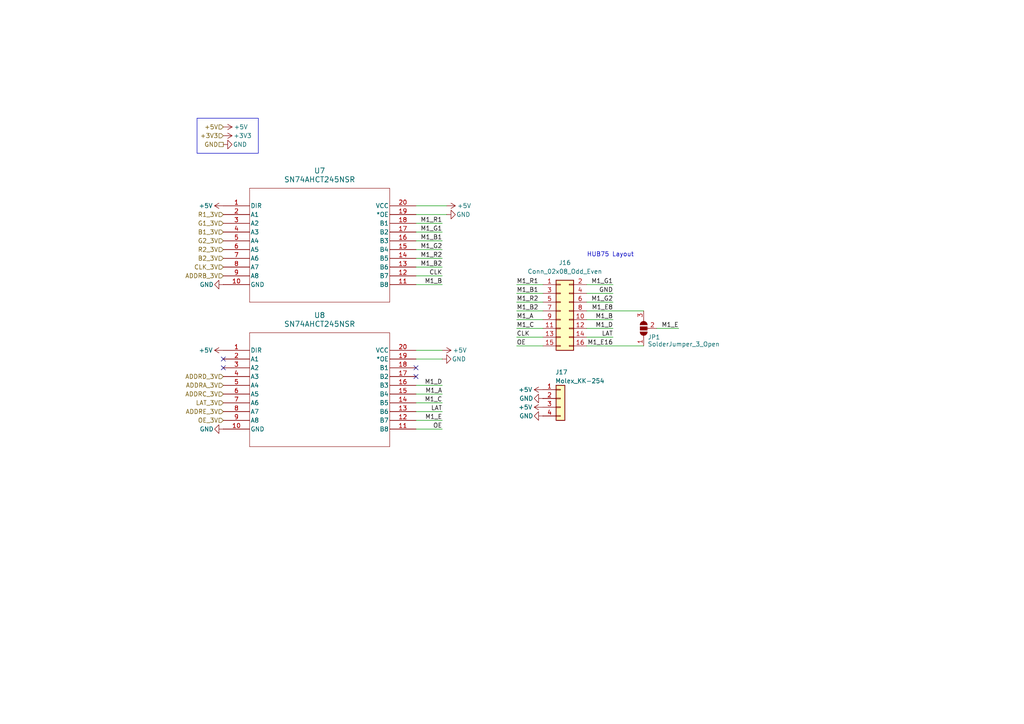
<source format=kicad_sch>
(kicad_sch (version 20250114) (generator "eeschema") (generator_version "9.0")
  (paper "A4")
  (lib_symbols
    (symbol "Connector_Generic:Conn_01x04" (pin_names (offset 1.016) (hide yes))
      (property "Reference" "J" (at 0 5.08 0))
      (property "Value" "Conn_01x04" (at 0 -7.62 0))
      (symbol "Conn_01x04_1_1"
        (rectangle (start -1.27 3.81) (end 1.27 -6.35) (stroke (width 0.254)) (fill (type background)))
        (rectangle (start -1.27 2.667) (end 0 2.413) (stroke (width 0.1524)))
        (rectangle (start -1.27 0.127) (end 0 -0.127) (stroke (width 0.1524)))
        (rectangle (start -1.27 -2.413) (end 0 -2.667) (stroke (width 0.1524)))
        (rectangle (start -1.27 -4.953) (end 0 -5.207) (stroke (width 0.1524)))
        (pin passive line (at -5.08 2.54 0) (length 3.81) (name "Pin_1") (number "1"))
        (pin passive line (at -5.08 0 0) (length 3.81) (name "Pin_2") (number "2"))
        (pin passive line (at -5.08 -2.54 0) (length 3.81) (name "Pin_3") (number "3"))
        (pin passive line (at -5.08 -5.08 0) (length 3.81) (name "Pin_4") (number "4"))
      )
    )
    (symbol "Connector_Generic:Conn_02x08_Odd_Even" (pin_names (offset 1.016) (hide yes))
      (property "Reference" "J" (at 1.27 10.16 0))
      (property "Value" "Conn_02x08_Odd_Even" (at 1.27 -12.7 0))
      (symbol "Conn_02x08_Odd_Even_1_1"
        (rectangle (start -1.27 8.89) (end 3.81 -11.43) (stroke (width 0.254)) (fill (type background)))
        (rectangle (start -1.27 7.747) (end 0 7.493) (stroke (width 0.1524)))
        (rectangle (start -1.27 5.207) (end 0 4.953) (stroke (width 0.1524)))
        (rectangle (start -1.27 2.667) (end 0 2.413) (stroke (width 0.1524)))
        (rectangle (start -1.27 0.127) (end 0 -0.127) (stroke (width 0.1524)))
        (rectangle (start -1.27 -2.413) (end 0 -2.667) (stroke (width 0.1524)))
        (rectangle (start -1.27 -4.953) (end 0 -5.207) (stroke (width 0.1524)))
        (rectangle (start -1.27 -7.493) (end 0 -7.747) (stroke (width 0.1524)))
        (rectangle (start -1.27 -10.033) (end 0 -10.287) (stroke (width 0.1524)))
        (rectangle (start 3.81 7.747) (end 2.54 7.493) (stroke (width 0.1524)))
        (rectangle (start 3.81 5.207) (end 2.54 4.953) (stroke (width 0.1524)))
        (rectangle (start 3.81 2.667) (end 2.54 2.413) (stroke (width 0.1524)))
        (rectangle (start 3.81 0.127) (end 2.54 -0.127) (stroke (width 0.1524)))
        (rectangle (start 3.81 -2.413) (end 2.54 -2.667) (stroke (width 0.1524)))
        (rectangle (start 3.81 -4.953) (end 2.54 -5.207) (stroke (width 0.1524)))
        (rectangle (start 3.81 -7.493) (end 2.54 -7.747) (stroke (width 0.1524)))
        (rectangle (start 3.81 -10.033) (end 2.54 -10.287) (stroke (width 0.1524)))
        (pin passive line (at -5.08 7.62 0) (length 3.81) (name "Pin_1") (number "1"))
        (pin passive line (at -5.08 5.08 0) (length 3.81) (name "Pin_3") (number "3"))
        (pin passive line (at -5.08 2.54 0) (length 3.81) (name "Pin_5") (number "5"))
        (pin passive line (at -5.08 0 0) (length 3.81) (name "Pin_7") (number "7"))
        (pin passive line (at -5.08 -2.54 0) (length 3.81) (name "Pin_9") (number "9"))
        (pin passive line (at -5.08 -5.08 0) (length 3.81) (name "Pin_11") (number "11"))
        (pin passive line (at -5.08 -7.62 0) (length 3.81) (name "Pin_13") (number "13"))
        (pin passive line (at -5.08 -10.16 0) (length 3.81) (name "Pin_15") (number "15"))
        (pin passive line (at 7.62 7.62 180) (length 3.81) (name "Pin_2") (number "2"))
        (pin passive line (at 7.62 5.08 180) (length 3.81) (name "Pin_4") (number "4"))
        (pin passive line (at 7.62 2.54 180) (length 3.81) (name "Pin_6") (number "6"))
        (pin passive line (at 7.62 0 180) (length 3.81) (name "Pin_8") (number "8"))
        (pin passive line (at 7.62 -2.54 180) (length 3.81) (name "Pin_10") (number "10"))
        (pin passive line (at 7.62 -5.08 180) (length 3.81) (name "Pin_12") (number "12"))
        (pin passive line (at 7.62 -7.62 180) (length 3.81) (name "Pin_14") (number "14"))
        (pin passive line (at 7.62 -10.16 180) (length 3.81) (name "Pin_16") (number "16"))
      )
    )
    (symbol "Jumper:SolderJumper_3_Open" (pin_names (offset 0) (hide yes)) (in_bom no)
      (property "Reference" "JP" (at -2.54 -2.54 0))
      (property "Value" "SolderJumper_3_Open" (at 0 2.794 0))
      (symbol "SolderJumper_3_Open_0_1"
        (polyline (pts (xy -2.54 0) (xy -2.032 0)))
        (polyline (pts (xy -1.016 1.016) (xy -1.016 -1.016)))
        (arc (start -1.016 -1.016) (mid -2.0276 0) (end -1.016 1.016))
        (arc (start -1.016 -1.016) (mid -2.0276 0) (end -1.016 1.016) (fill (type outline)))
        (rectangle (start -0.508 1.016) (end 0.508 -1.016) (fill (type outline)))
        (polyline (pts (xy 0 -1.27) (xy 0 -1.016)))
        (arc (start 1.016 1.016) (mid 2.0276 0) (end 1.016 -1.016))
        (arc (start 1.016 1.016) (mid 2.0276 0) (end 1.016 -1.016) (fill (type outline)))
        (polyline (pts (xy 1.016 1.016) (xy 1.016 -1.016)))
        (polyline (pts (xy 2.54 0) (xy 2.032 0)))
      )
      (symbol "SolderJumper_3_Open_1_1"
        (pin passive line (at -5.08 0 0) (length 2.54) (name "A") (number "1"))
        (pin passive line (at 0 -3.81 90) (length 2.54) (name "C") (number "2"))
        (pin passive line (at 5.08 0 180) (length 2.54) (name "B") (number "3"))
      )
    )
    (symbol "SN74AHCT245NSR:SN74AHCT245NSR" (pin_names (offset 0.254))
      (property "Reference" "U" (at 27.94 10.16 0))
      (property "Value" "SN74AHCT245NSR" (at 27.94 7.62 0))
      (symbol "SN74AHCT245NSR_0_1"
        (polyline (pts (xy 7.62 5.08) (xy 7.62 -27.94)) (stroke (width 0.127)))
        (polyline (pts (xy 7.62 -27.94) (xy 48.26 -27.94)) (stroke (width 0.127)))
        (polyline (pts (xy 48.26 5.08) (xy 7.62 5.08)) (stroke (width 0.127)))
        (polyline (pts (xy 48.26 -27.94) (xy 48.26 5.08)) (stroke (width 0.127)))
        (pin input line (at 0 0 0) (length 7.62) (name "DIR") (number "1"))
        (pin bidirectional line (at 0 -2.54 0) (length 7.62) (name "A1") (number "2"))
        (pin bidirectional line (at 0 -5.08 0) (length 7.62) (name "A2") (number "3"))
        (pin bidirectional line (at 0 -7.62 0) (length 7.62) (name "A3") (number "4"))
        (pin bidirectional line (at 0 -10.16 0) (length 7.62) (name "A4") (number "5"))
        (pin bidirectional line (at 0 -12.7 0) (length 7.62) (name "A5") (number "6"))
        (pin bidirectional line (at 0 -15.24 0) (length 7.62) (name "A6") (number "7"))
        (pin bidirectional line (at 0 -17.78 0) (length 7.62) (name "A7") (number "8"))
        (pin bidirectional line (at 0 -20.32 0) (length 7.62) (name "A8") (number "9"))
        (pin power_in line (at 0 -22.86 0) (length 7.62) (name "GND") (number "10"))
        (pin power_in line (at 55.88 0 180) (length 7.62) (name "VCC") (number "20"))
        (pin input line (at 55.88 -2.54 180) (length 7.62) (name "*OE") (number "19"))
        (pin bidirectional line (at 55.88 -5.08 180) (length 7.62) (name "B1") (number "18"))
        (pin bidirectional line (at 55.88 -7.62 180) (length 7.62) (name "B2") (number "17"))
        (pin bidirectional line (at 55.88 -10.16 180) (length 7.62) (name "B3") (number "16"))
        (pin bidirectional line (at 55.88 -12.7 180) (length 7.62) (name "B4") (number "15"))
        (pin bidirectional line (at 55.88 -15.24 180) (length 7.62) (name "B5") (number "14"))
        (pin bidirectional line (at 55.88 -17.78 180) (length 7.62) (name "B6") (number "13"))
        (pin bidirectional line (at 55.88 -20.32 180) (length 7.62) (name "B7") (number "12"))
        (pin bidirectional line (at 55.88 -22.86 180) (length 7.62) (name "B8") (number "11"))
      )
    )
    (symbol "power:+3V3" (power) (pin_numbers (hide yes)) (pin_names (offset 0) (hide yes))
      (property "Value" "+3V3" (at 0 3.556 0))
      (symbol "+3V3_0_1"
        (polyline (pts (xy -0.762 1.27) (xy 0 2.54)))
        (polyline (pts (xy 0 2.54) (xy 0.762 1.27)))
        (polyline (pts (xy 0 0) (xy 0 2.54)))
      )
      (symbol "+3V3_1_1"
        (pin power_in line (at 0 0 90) (length 0) (name "~") (number "1"))
      )
    )
    (symbol "power:+5V" (power) (pin_numbers (hide yes)) (pin_names (offset 0) (hide yes))
      (property "Value" "+5V" (at 0 3.556 0))
      (symbol "+5V_0_1"
        (polyline (pts (xy -0.762 1.27) (xy 0 2.54)))
        (polyline (pts (xy 0 2.54) (xy 0.762 1.27)))
        (polyline (pts (xy 0 0) (xy 0 2.54)))
      )
      (symbol "+5V_1_1"
        (pin power_in line (at 0 0 90) (length 0) (name "~") (number "1"))
      )
    )
    (symbol "power:GND" (power) (pin_numbers (hide yes)) (pin_names (offset 0) (hide yes))
      (property "Value" "GND" (at 0 -3.81 0))
      (symbol "GND_0_1"
        (polyline (pts (xy 0 0) (xy 0 -1.27) (xy 1.27 -1.27) (xy 0 -2.54) (xy -1.27 -1.27) (xy 0 -1.27)))
      )
      (symbol "GND_1_1"
        (pin power_in line (at 0 0 270) (length 0) (name "~") (number "1"))
      )
    )
  )
  (rectangle (start 57.15 34.29) (end 74.93 44.45))
  (text "HUB75 Layout" (at 177.038 73.914 0) (effects (font (size 1.27 1.27))))
  (no_connect (at 64.77 104.14))
  (no_connect (at 120.65 106.68))
  (no_connect (at 120.65 109.22))
  (no_connect (at 64.77 106.68))
  (wire (pts (xy 177.8 92.71) (xy 170.18 92.71)))
  (wire (pts (xy 177.8 95.25) (xy 170.18 95.25)))
  (wire (pts (xy 128.27 80.01) (xy 120.65 80.01)))
  (wire (pts (xy 128.27 111.76) (xy 120.65 111.76)))
  (wire (pts (xy 128.27 121.92) (xy 120.65 121.92)))
  (wire (pts (xy 149.86 100.33) (xy 157.48 100.33)))
  (wire (pts (xy 170.18 90.17) (xy 186.69 90.17)))
  (wire (pts (xy 128.27 119.38) (xy 120.65 119.38)))
  (wire (pts (xy 177.8 97.79) (xy 170.18 97.79)))
  (wire (pts (xy 128.27 64.77) (xy 120.65 64.77)))
  (wire (pts (xy 128.27 82.55) (xy 120.65 82.55)))
  (wire (pts (xy 128.27 114.3) (xy 120.65 114.3)))
  (wire (pts (xy 149.86 97.79) (xy 157.48 97.79)))
  (wire (pts (xy 128.27 116.84) (xy 120.65 116.84)))
  (wire (pts (xy 149.86 87.63) (xy 157.48 87.63)))
  (wire (pts (xy 128.27 101.6) (xy 120.65 101.6)))
  (wire (pts (xy 128.27 104.14) (xy 120.65 104.14)))
  (wire (pts (xy 149.86 92.71) (xy 157.48 92.71)))
  (wire (pts (xy 128.27 74.93) (xy 120.65 74.93)))
  (wire (pts (xy 177.8 87.63) (xy 170.18 87.63)))
  (wire (pts (xy 128.27 77.47) (xy 120.65 77.47)))
  (wire (pts (xy 149.86 85.09) (xy 157.48 85.09)))
  (wire (pts (xy 129.54 62.23) (xy 120.65 62.23)))
  (wire (pts (xy 149.86 90.17) (xy 157.48 90.17)))
  (wire (pts (xy 128.27 124.46) (xy 120.65 124.46)))
  (wire (pts (xy 177.8 85.09) (xy 170.18 85.09)))
  (wire (pts (xy 128.27 67.31) (xy 120.65 67.31)))
  (wire (pts (xy 190.5 95.25) (xy 196.85 95.25)))
  (wire (pts (xy 149.86 82.55) (xy 157.48 82.55)))
  (wire (pts (xy 177.8 82.55) (xy 170.18 82.55)))
  (wire (pts (xy 129.54 59.69) (xy 120.65 59.69)))
  (wire (pts (xy 128.27 72.39) (xy 120.65 72.39)))
  (wire (pts (xy 149.86 95.25) (xy 157.48 95.25)))
  (wire (pts (xy 128.27 69.85) (xy 120.65 69.85)))
  (wire (pts (xy 170.18 100.33) (xy 186.69 100.33)))
  (label "LAT" (at 128.27 119.38 180))
  (label "M1_B1" (at 128.27 69.85 180))
  (label "M1_B" (at 128.27 82.55 180))
  (label "M1_G2" (at 128.27 72.39 180))
  (label "CLK" (at 149.86 97.79 0))
  (label "OE" (at 149.86 100.33 0))
  (label "M1_E16" (at 177.8 100.33 180))
  (label "M1_R1" (at 149.86 82.55 0))
  (label "M1_E" (at 196.85 95.25 180))
  (label "M1_A" (at 128.27 114.3 180))
  (label "M1_E8" (at 177.8 90.17 180))
  (label "M1_G1" (at 128.27 67.31 180))
  (label "M1_E" (at 128.27 121.92 180))
  (label "M1_G1" (at 177.8 82.55 180))
  (label "CLK" (at 128.27 80.01 180))
  (label "M1_R2" (at 149.86 87.63 0))
  (label "M1_B" (at 177.8 92.71 180))
  (label "M1_B1" (at 149.86 85.09 0))
  (label "M1_C" (at 149.86 95.25 0))
  (label "M1_R2" (at 128.27 74.93 180))
  (label "M1_C" (at 128.27 116.84 180))
  (label "M1_A" (at 149.86 92.71 0))
  (label "M1_R1" (at 128.27 64.77 180))
  (label "OE" (at 128.27 124.46 180))
  (label "M1_D" (at 177.8 95.25 180))
  (label "M1_G2" (at 177.8 87.63 180))
  (label "GND" (at 177.8 85.09 180))
  (label "LAT" (at 177.8 97.79 180))
  (label "M1_D" (at 128.27 111.76 180))
  (label "M1_B2" (at 128.27 77.47 180))
  (label "M1_B2" (at 149.86 90.17 0))
  (hierarchical_label "OE_3V" (shape input) (at 64.77 121.92 180))
  (hierarchical_label "G2_3V" (shape input) (at 64.77 69.85 180))
  (hierarchical_label "G1_3V" (shape input) (at 64.77 64.77 180))
  (hierarchical_label "+5V" (shape input) (at 64.77 36.83 180))
  (hierarchical_label "R2_3V" (shape input) (at 64.77 72.39 180))
  (hierarchical_label "ADDRD_3V" (shape input) (at 64.77 109.22 180))
  (hierarchical_label "B1_3V" (shape input) (at 64.77 67.31 180))
  (hierarchical_label "ADDRC_3V" (shape input) (at 64.77 114.3 180))
  (hierarchical_label "ADDRB_3V" (shape input) (at 64.77 80.01 180))
  (hierarchical_label "+3V3" (shape input) (at 64.77 39.37 180))
  (hierarchical_label "GND" (shape passive) (at 64.77 41.91 180))
  (hierarchical_label "ADDRA_3V" (shape input) (at 64.77 111.76 180))
  (hierarchical_label "LAT_3V" (shape input) (at 64.77 116.84 180))
  (hierarchical_label "B2_3V" (shape input) (at 64.77 74.93 180))
  (hierarchical_label "R1_3V" (shape input) (at 64.77 62.23 180))
  (hierarchical_label "CLK_3V" (shape input) (at 64.77 77.47 180))
  (hierarchical_label "ADDRE_3V" (shape input) (at 64.77 119.38 180))
  (symbol (lib_id "power:+5V") (at 64.77 36.83 270) (unit 1)
    (property "Reference" "#PWR0241" (effects (hide yes)))
    (property "Value" "+5V" (at 67.818 36.83 90) (effects (justify left)))
    (property "Description" "Power symbol creates a global label with name \"+5V\"" (effects (hide yes)))
  )
  (symbol (lib_id "power:GND") (at 128.27 104.14 90) (unit 1)
    (property "Reference" "#PWR0249" (effects (hide yes)))
    (property "Value" "GND" (at 131.064 104.14 90) (effects (justify right)))
    (property "Description" "Power symbol creates a global label with name \"GND\" , ground" (effects (hide yes)))
  )
  (symbol (lib_id "power:+5V") (at 157.48 113.03 90) (unit 1)
    (property "Reference" "#PWR0252" (effects (hide yes)))
    (property "Value" "+5V" (at 154.432 113.03 90) (effects (justify left)))
    (property "Description" "Power symbol creates a global label with name \"+5V\"" (effects (hide yes)))
  )
  (symbol (lib_id "power:+3V3") (at 64.77 39.37 270) (unit 1)
    (property "Reference" "#PWR0242" (effects (hide yes)))
    (property "Value" "+3V3" (at 70.358 39.37 90))
    (property "Description" "Power symbol creates a global label with name \"+3V3\"" (effects (hide yes)))
  )
  (symbol (lib_id "power:GND") (at 157.48 120.65 270) (unit 1)
    (property "Reference" "#PWR0253" (effects (hide yes)))
    (property "Value" "GND" (at 154.686 120.65 90) (effects (justify right)))
    (property "Description" "Power symbol creates a global label with name \"GND\" , ground" (effects (hide yes)))
  )
  (symbol (lib_id "SN74AHCT245NSR:SN74AHCT245NSR") (at 64.77 101.6 0) (unit 1)
    (property "Reference" "U8" (at 92.71 91.44 0) (effects (font (size 1.524 1.524))))
    (property "Value" "SN74AHCT245NSR" (at 92.71 93.98 0) (effects (font (size 1.524 1.524))))
    (property "Footprint" "sufst-lib:NS20" (effects (hide yes)))
    (property "Datasheet" "https://www.ti.com/lit/gpn/sn74ahct245" (effects (hide yes)))
  )
  (symbol (lib_id "power:GND") (at 64.77 82.55 270) (unit 1)
    (property "Reference" "#PWR0245" (effects (hide yes)))
    (property "Value" "GND" (at 61.976 82.55 90) (effects (justify right)))
    (property "Description" "Power symbol creates a global label with name \"GND\" , ground" (effects (hide yes)))
  )
  (symbol (lib_id "power:GND") (at 157.48 115.57 270) (unit 1)
    (property "Reference" "#PWR0255" (effects (hide yes)))
    (property "Value" "GND" (at 154.686 115.57 90) (effects (justify right)))
    (property "Description" "Power symbol creates a global label with name \"GND\" , ground" (effects (hide yes)))
  )
  (symbol (lib_id "power:GND") (at 64.77 124.46 270) (unit 1)
    (property "Reference" "#PWR0247" (effects (hide yes)))
    (property "Value" "GND" (at 61.976 124.46 90) (effects (justify right)))
    (property "Description" "Power symbol creates a global label with name \"GND\" , ground" (effects (hide yes)))
  )
  (symbol (lib_id "Connector_Generic:Conn_01x04") (at 162.56 115.57 0) (unit 1)
    (property "Reference" "J17" (at 161.036 107.95 0) (effects (justify left)))
    (property "Value" "Molex_KK-254" (at 161.036 110.49 0) (effects (justify left)))
    (property "Footprint" "Connector_Molex:Molex_KK-254_AE-6410-04A_1x04_P2.54mm_Vertical" (effects (hide yes)))
    (property "Description" "Generic connector, single row, 01x04, script generated (kicad-library-utils/schlib/autogen/connector/)" (effects (hide yes)))
  )
  (symbol (lib_id "power:+5V") (at 64.77 59.69 90) (unit 1)
    (property "Reference" "#PWR0244" (effects (hide yes)))
    (property "Value" "+5V" (at 61.722 59.69 90) (effects (justify left)))
    (property "Description" "Power symbol creates a global label with name \"+5V\"" (effects (hide yes)))
  )
  (symbol (lib_id "power:GND") (at 129.54 62.23 90) (unit 1)
    (property "Reference" "#PWR0251" (effects (hide yes)))
    (property "Value" "GND" (at 132.334 62.23 90) (effects (justify right)))
    (property "Description" "Power symbol creates a global label with name \"GND\" , ground" (effects (hide yes)))
  )
  (symbol (lib_id "power:+5V") (at 157.48 118.11 90) (unit 1)
    (property "Reference" "#PWR0254" (effects (hide yes)))
    (property "Value" "+5V" (at 154.432 118.11 90) (effects (justify left)))
    (property "Description" "Power symbol creates a global label with name \"+5V\"" (effects (hide yes)))
  )
  (symbol (lib_id "power:+5V") (at 129.54 59.69 270) (unit 1)
    (property "Reference" "#PWR0250" (effects (hide yes)))
    (property "Value" "+5V" (at 132.588 59.69 90) (effects (justify left)))
    (property "Description" "Power symbol creates a global label with name \"+5V\"" (effects (hide yes)))
  )
  (symbol (lib_id "power:GND") (at 64.77 41.91 90) (unit 1)
    (property "Reference" "#PWR0243" (effects (hide yes)))
    (property "Value" "GND" (at 67.564 41.91 90) (effects (justify right)))
    (property "Description" "Power symbol creates a global label with name \"GND\" , ground" (effects (hide yes)))
  )
  (symbol (lib_id "SN74AHCT245NSR:SN74AHCT245NSR") (at 64.77 59.69 0) (unit 1)
    (property "Reference" "U7" (at 92.71 49.53 0) (effects (font (size 1.524 1.524))))
    (property "Value" "SN74AHCT245NSR" (at 92.71 52.07 0) (effects (font (size 1.524 1.524))))
    (property "Footprint" "sufst-lib:NS20" (effects (hide yes)))
    (property "Datasheet" "https://www.ti.com/lit/gpn/sn74ahct245" (effects (hide yes)))
  )
  (symbol (lib_id "Connector_Generic:Conn_02x08_Odd_Even") (at 162.56 90.17 0) (unit 1)
    (property "Reference" "J16" (at 163.83 76.2 0))
    (property "Value" "Conn_02x08_Odd_Even" (at 163.83 78.74 0))
    (property "Footprint" "Connector_IDC:IDC-Header_2x08_P2.54mm_Vertical" (effects (hide yes)))
    (property "Description" "Generic connector, double row, 02x08, odd/even pin numbering scheme (row 1 odd numbers, row 2 even numbers), script generated (kicad-library-utils/schlib/autogen/connector/)" (effects (hide yes)))
  )
  (symbol (lib_id "power:+5V") (at 128.27 101.6 270) (unit 1)
    (property "Reference" "#PWR0248" (effects (hide yes)))
    (property "Value" "+5V" (at 131.318 101.6 90) (effects (justify left)))
    (property "Description" "Power symbol creates a global label with name \"+5V\"" (effects (hide yes)))
  )
  (symbol (lib_id "Jumper:SolderJumper_3_Open") (at 186.69 95.25 90) (unit 1) (in_bom no)
    (property "Reference" "JP1" (at 191.516 97.79 90) (effects (justify left)))
    (property "Value" "SolderJumper_3_Open" (at 208.788 99.822 90) (effects (justify left)))
    (property "Footprint" "Jumper:SolderJumper-3_P1.3mm_Open_RoundedPad1.0x1.5mm" (effects (hide yes)))
    (property "Description" "Solder Jumper, 3-pole, open" (effects (hide yes)))
  )
  (symbol (lib_id "power:+5V") (at 64.77 101.6 90) (unit 1)
    (property "Reference" "#PWR0246" (effects (hide yes)))
    (property "Value" "+5V" (at 61.722 101.6 90) (effects (justify left)))
    (property "Description" "Power symbol creates a global label with name \"+5V\"" (effects (hide yes)))
  )
)
</source>
